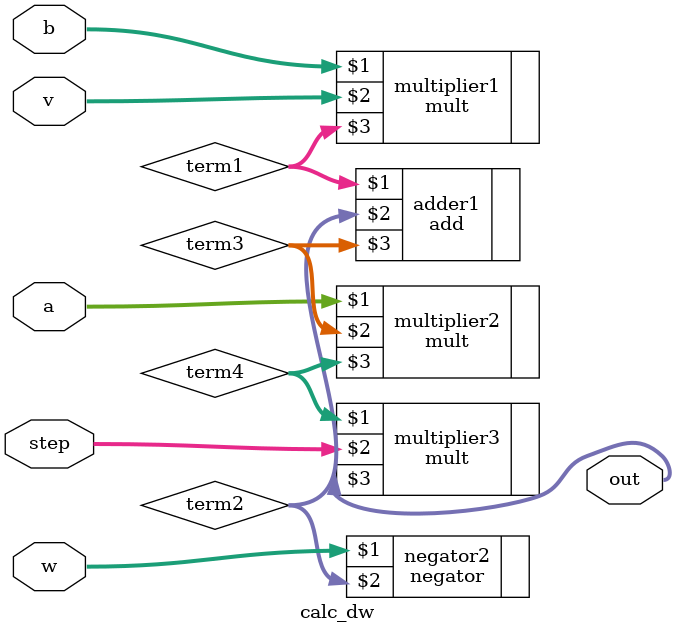
<source format=sv>
module calc_dw #(
	parameter N=16,
	parameter Q=6
)(
	input [N-1:0] a,
	input [N-1:0] b,
	input [N-1:0] v,
	input [N-1:0] w,
	input [N-1:0] step,
	output [N-1:0] out 
);
	wire [N-1:0] term1, term2, term3, term4;

	mult #(.N(N), .Q(Q)) multiplier1 ( b, v, term1 ); // b*v
	negator #(.N(N), .Q(Q)) negator2 ( w, term2 ); // -1*w
	add #(.N(N), .Q(Q)) adder1 ( term1, term2, term3 ); // (b*v)+(-1*w)
	mult #(.N(N), .Q(Q)) multiplier2 ( a, term3, term4 ); // a*((b*v)+(-1*w))
	mult #(.N(N), .Q(Q)) multiplier3 ( term4, step, out ); // (a*((b*v)+(-1*w)))*step
endmodule
</source>
